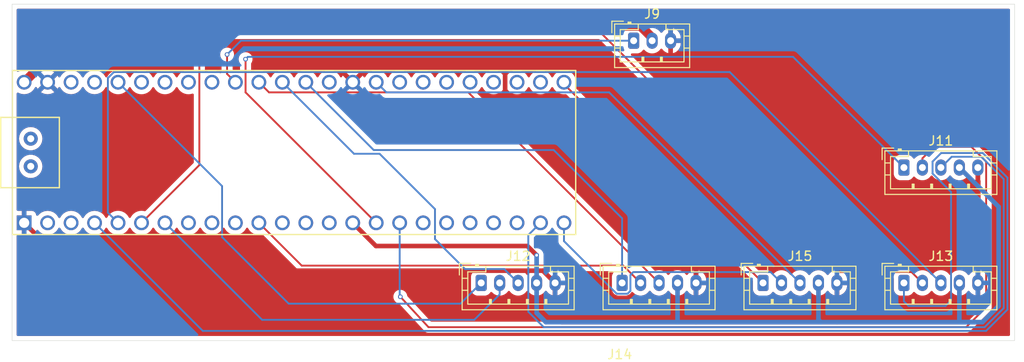
<source format=kicad_pcb>
(kicad_pcb (version 20240108) (generator "pcbnew") (generator_version "8.0")
  (layers (0 "F.Cu" signal) (31 "B.Cu" signal) (34 "B.Paste" user) (35 "F.Paste" user) (36 "B.SilkS" user "B.Silkscreen") (37 "F.SilkS" user "F.Silkscreen") (38 "B.Mask" user) (39 "F.Mask" user) (44 "Edge.Cuts" user))
  (net 0 "")
  (net 1 "GND")
  (net 2 "+5V")
  (net 3 "+3.3V")
  (net 4 "D+")
  (net 5 "D-")
  (net 6 "12_MISO_MQSL")
  (net 7 "10_CS_MQSR")
  (net 8 "14_A0_TX3_SPDIF_OUT")
  (net 9 "7_RX2_OUT1A")
  (net 10 "17_A3_TX4_SDA1")
  (net 11 "27_A13_SCK1")
  (net 12 "19_A5_SCL")
  (net 13 "18_A4_SDA")
  (net 14 "24_A10_TX6_SCL2")
  (net 15 "25_A11_RX6_SDA2")
  (net 16 "5_IN2")
  (net 17 "15_A1_RX3_SPDIF_IN")
  (net 18 "22_A8_CTX1")
  (net 19 "3_LRCLK2")
  (net 20 "4_BCLK2")
  (net 21 "2_OUT2")
  (net 22 "9_OUT1C")
  (net 23 "16_A2_RX4_SCL1")
  (net 24 "41_A17")
  (net 25 "33_MCLK2")
  (net 26 "32_OUT1B")
  (net 27 "11_MOSI_CTX1")
  (net 28 "23_A9_CRX1_MCLK1")
  (net 29 "13_SCK_LED")
  (net 30 "28_RX7")
  (net 31 "6_OUT1D")
  (net 32 "38_CS1_IN1")
  (net 33 "20_A6_TX5_LRCLK1")
  (net 34 "37_CS")
  (net 35 "40_A16")
  (net 36 "0_RX1_CRX2_CS1")
  (net 38 "36_CS")
  (net 39 "1_TX1_CTX2_MISO1")
  (net 40 "21_A7_RX5_BCLK1")
  (net 41 "26_A12_MOSI1")
  (net 42 "34_RX8")
  (net 43 "8_TX2_IN1")
  (net 44 "39_MISO1_OUT1A")
  (net 45 "30_CRX3")
  (net 46 "31_CTX3")
  (net 47 "35_TX8")
  (net 48 "29_TX7")
  (footprint "Connector_JST:JST_PH_B5B-PH-K_1x05_P2.00mm_Vertical" (layer "F.Cu") (at 112.25 55.25)
    (property "Reference" "J15" (at 4 -2.9 0) (layer "F.SilkS"))
    (property "Value" "Conn_01x05")
    (fp_line (start -2.36 -2.11) (end -2.36 -0.86) (stroke (width 0.12)) (layer "F.SilkS"))
    (fp_line (start -2.06 -1.81) (end -2.06 2.91) (stroke (width 0.12)) (layer "F.SilkS"))
    (fp_line (start -2.06 -0.5) (end -1.45 -0.5) (stroke (width 0.12)) (layer "F.SilkS"))
    (fp_line (start -2.06 0.8) (end -1.45 0.8) (stroke (width 0.12)) (layer "F.SilkS"))
    (fp_line (start -2.06 2.91) (end 10.06 2.91) (stroke (width 0.12)) (layer "F.SilkS"))
    (fp_line (start -1.45 -1.2) (end -1.45 2.3) (stroke (width 0.12)) (layer "F.SilkS"))
    (fp_line (start -1.45 2.3) (end 9.45 2.3) (stroke (width 0.12)) (layer "F.SilkS"))
    (fp_line (start -1.11 -2.11) (end -2.36 -2.11) (stroke (width 0.12)) (layer "F.SilkS"))
    (fp_line (start -0.6 -2.01) (end -0.6 -1.81) (stroke (width 0.12)) (layer "F.SilkS"))
    (fp_line (start -0.3 -2.01) (end -0.6 -2.01) (stroke (width 0.12)) (layer "F.SilkS"))
    (fp_line (start -0.3 -1.91) (end -0.6 -1.91) (stroke (width 0.12)) (layer "F.SilkS"))
    (fp_line (start -0.3 -1.81) (end -0.3 -2.01) (stroke (width 0.12)) (layer "F.SilkS"))
    (fp_line (start 0.5 -1.81) (end 0.5 -1.2) (stroke (width 0.12)) (layer "F.SilkS"))
    (fp_line (start 0.5 -1.2) (end -1.45 -1.2) (stroke (width 0.12)) (layer "F.SilkS"))
    (fp_line (start 0.9 1.8) (end 1.1 1.8) (stroke (width 0.12)) (layer "F.SilkS"))
    (fp_line (start 0.9 2.3) (end 0.9 1.8) (stroke (width 0.12)) (layer "F.SilkS"))
    (fp_line (start 1 2.3) (end 1 1.8) (stroke (width 0.12)) (layer "F.SilkS"))
    (fp_line (start 1.1 1.8) (end 1.1 2.3) (stroke (width 0.12)) (layer "F.SilkS"))
    (fp_line (start 2.9 1.8) (end 3.1 1.8) (stroke (width 0.12)) (layer "F.SilkS"))
    (fp_line (start 2.9 2.3) (end 2.9 1.8) (stroke (width 0.12)) (layer "F.SilkS"))
    (fp_line (start 3 2.3) (end 3 1.8) (stroke (width 0.12)) (layer "F.SilkS"))
    (fp_line (start 3.1 1.8) (end 3.1 2.3) (stroke (width 0.12)) (layer "F.SilkS"))
    (fp_line (start 4.9 1.8) (end 5.1 1.8) (stroke (width 0.12)) (layer "F.SilkS"))
    (fp_line (start 4.9 2.3) (end 4.9 1.8) (stroke (width 0.12)) (layer "F.SilkS"))
    (fp_line (start 5 2.3) (end 5 1.8) (stroke (width 0.12)) (layer "F.SilkS"))
    (fp_line (start 5.1 1.8) (end 5.1 2.3) (stroke (width 0.12)) (layer "F.SilkS"))
    (fp_line (start 6.9 1.8) (end 7.1 1.8) (stroke (width 0.12)) (layer "F.SilkS"))
    (fp_line (start 6.9 2.3) (end 6.9 1.8) (stroke (width 0.12)) (layer "F.SilkS"))
    (fp_line (start 7 2.3) (end 7 1.8) (stroke (width 0.12)) (layer "F.SilkS"))
    (fp_line (start 7.1 1.8) (end 7.1 2.3) (stroke (width 0.12)) (layer "F.SilkS"))
    (fp_line (start 7.5 -1.2) (end 7.5 -1.81) (stroke (width 0.12)) (layer "F.SilkS"))
    (fp_line (start 9.45 -1.2) (end 7.5 -1.2) (stroke (width 0.12)) (layer "F.SilkS"))
    (fp_line (start 9.45 2.3) (end 9.45 -1.2) (stroke (width 0.12)) (layer "F.SilkS"))
    (fp_line (start 10.06 -1.81) (end -2.06 -1.81) (stroke (width 0.12)) (layer "F.SilkS"))
    (fp_line (start 10.06 -0.5) (end 9.45 -0.5) (stroke (width 0.12)) (layer "F.SilkS"))
    (fp_line (start 10.06 0.8) (end 9.45 0.8) (stroke (width 0.12)) (layer "F.SilkS"))
    (fp_line (start 10.06 2.91) (end 10.06 -1.81) (stroke (width 0.12)) (layer "F.SilkS"))
    (pad "1" thru_hole roundrect (at 0 0) (size 1.2 1.75) (drill 0.75) (layers "*.Cu" "*.Mask") (roundrect_rratio 0.2083333333) (net 25 "33_MCLK2"))
    (pad "2" thru_hole oval (at 2 0) (size 1.2 1.75) (drill 0.75) (layers "*.Cu" "*.Mask") (net 26 "32_OUT1B"))
    (pad "3" thru_hole oval (at 4 0) (size 1.2 1.75) (drill 0.75) (layers "*.Cu" "*.Mask") (net 24 "41_A17"))
    (pad "4" thru_hole oval (at 6 0) (size 1.2 1.75) (drill 0.75) (layers "*.Cu" "*.Mask") (net 3 "+3.3V"))
    (pad "5" thru_hole oval (at 8 0) (size 1.2 1.75) (drill 0.75) (layers "*.Cu" "*.Mask") (net 1 "GND"))
  )
  (footprint "Connector_JST:JST_PH_B5B-PH-K_1x05_P2.00mm_Vertical" (layer "F.Cu") (at 127.5 42.75)
    (property "Reference" "J11" (at 4 -2.9 0) (layer "F.SilkS"))
    (property "Value" "Conn_01x05")
    (fp_line (start -2.36 -2.11) (end -2.36 -0.86) (stroke (width 0.12)) (layer "F.SilkS"))
    (fp_line (start -2.06 -1.81) (end -2.06 2.91) (stroke (width 0.12)) (layer "F.SilkS"))
    (fp_line (start -2.06 -0.5) (end -1.45 -0.5) (stroke (width 0.12)) (layer "F.SilkS"))
    (fp_line (start -2.06 0.8) (end -1.45 0.8) (stroke (width 0.12)) (layer "F.SilkS"))
    (fp_line (start -2.06 2.91) (end 10.06 2.91) (stroke (width 0.12)) (layer "F.SilkS"))
    (fp_line (start -1.45 -1.2) (end -1.45 2.3) (stroke (width 0.12)) (layer "F.SilkS"))
    (fp_line (start -1.45 2.3) (end 9.45 2.3) (stroke (width 0.12)) (layer "F.SilkS"))
    (fp_line (start -1.11 -2.11) (end -2.36 -2.11) (stroke (width 0.12)) (layer "F.SilkS"))
    (fp_line (start -0.6 -2.01) (end -0.6 -1.81) (stroke (width 0.12)) (layer "F.SilkS"))
    (fp_line (start -0.3 -2.01) (end -0.6 -2.01) (stroke (width 0.12)) (layer "F.SilkS"))
    (fp_line (start -0.3 -1.91) (end -0.6 -1.91) (stroke (width 0.12)) (layer "F.SilkS"))
    (fp_line (start -0.3 -1.81) (end -0.3 -2.01) (stroke (width 0.12)) (layer "F.SilkS"))
    (fp_line (start 0.5 -1.81) (end 0.5 -1.2) (stroke (width 0.12)) (layer "F.SilkS"))
    (fp_line (start 0.5 -1.2) (end -1.45 -1.2) (stroke (width 0.12)) (layer "F.SilkS"))
    (fp_line (start 0.9 1.8) (end 1.1 1.8) (stroke (width 0.12)) (layer "F.SilkS"))
    (fp_line (start 0.9 2.3) (end 0.9 1.8) (stroke (width 0.12)) (layer "F.SilkS"))
    (fp_line (start 1 2.3) (end 1 1.8) (stroke (width 0.12)) (layer "F.SilkS"))
    (fp_line (start 1.1 1.8) (end 1.1 2.3) (stroke (width 0.12)) (layer "F.SilkS"))
    (fp_line (start 2.9 1.8) (end 3.1 1.8) (stroke (width 0.12)) (layer "F.SilkS"))
    (fp_line (start 2.9 2.3) (end 2.9 1.8) (stroke (width 0.12)) (layer "F.SilkS"))
    (fp_line (start 3 2.3) (end 3 1.8) (stroke (width 0.12)) (layer "F.SilkS"))
    (fp_line (start 3.1 1.8) (end 3.1 2.3) (stroke (width 0.12)) (layer "F.SilkS"))
    (fp_line (start 4.9 1.8) (end 5.1 1.8) (stroke (width 0.12)) (layer "F.SilkS"))
    (fp_line (start 4.9 2.3) (end 4.9 1.8) (stroke (width 0.12)) (layer "F.SilkS"))
    (fp_line (start 5 2.3) (end 5 1.8) (stroke (width 0.12)) (layer "F.SilkS"))
    (fp_line (start 5.1 1.8) (end 5.1 2.3) (stroke (width 0.12)) (layer "F.SilkS"))
    (fp_line (start 6.9 1.8) (end 7.1 1.8) (stroke (width 0.12)) (layer "F.SilkS"))
    (fp_line (start 6.9 2.3) (end 6.9 1.8) (stroke (width 0.12)) (layer "F.SilkS"))
    (fp_line (start 7 2.3) (end 7 1.8) (stroke (width 0.12)) (layer "F.SilkS"))
    (fp_line (start 7.1 1.8) (end 7.1 2.3) (stroke (width 0.12)) (layer "F.SilkS"))
    (fp_line (start 7.5 -1.2) (end 7.5 -1.81) (stroke (width 0.12)) (layer "F.SilkS"))
    (fp_line (start 9.45 -1.2) (end 7.5 -1.2) (stroke (width 0.12)) (layer "F.SilkS"))
    (fp_line (start 9.45 2.3) (end 9.45 -1.2) (stroke (width 0.12)) (layer "F.SilkS"))
    (fp_line (start 10.06 -1.81) (end -2.06 -1.81) (stroke (width 0.12)) (layer "F.SilkS"))
    (fp_line (start 10.06 -0.5) (end 9.45 -0.5) (stroke (width 0.12)) (layer "F.SilkS"))
    (fp_line (start 10.06 0.8) (end 9.45 0.8) (stroke (width 0.12)) (layer "F.SilkS"))
    (fp_line (start 10.06 2.91) (end 10.06 -1.81) (stroke (width 0.12)) (layer "F.SilkS"))
    (pad "1" thru_hole roundrect (at 0 0) (size 1.2 1.75) (drill 0.75) (layers "*.Cu" "*.Mask") (roundrect_rratio 0.2083333333) (net 14 "24_A10_TX6_SCL2"))
    (pad "2" thru_hole oval (at 2 0) (size 1.2 1.75) (drill 0.75) (layers "*.Cu" "*.Mask") (net 15 "25_A11_RX6_SDA2"))
    (pad "3" thru_hole oval (at 4 0) (size 1.2 1.75) (drill 0.75) (layers "*.Cu" "*.Mask") (net 46 "31_CTX3"))
    (pad "4" thru_hole oval (at 6 0) (size 1.2 1.75) (drill 0.75) (layers "*.Cu" "*.Mask") (net 3 "+3.3V"))
    (pad "5" thru_hole oval (at 8 0) (size 1.2 1.75) (drill 0.75) (layers "*.Cu" "*.Mask") (net 1 "GND"))
  )
  (footprint "Connector_JST:JST_PH_B5B-PH-K_1x05_P2.00mm_Vertical" (layer "F.Cu") (at 81.75 55.25)
    (property "Reference" "J12" (at 4 -2.9 0) (layer "F.SilkS"))
    (property "Value" "Conn_01x05")
    (fp_line (start -2.36 -2.11) (end -2.36 -0.86) (stroke (width 0.12)) (layer "F.SilkS"))
    (fp_line (start -2.06 -1.81) (end -2.06 2.91) (stroke (width 0.12)) (layer "F.SilkS"))
    (fp_line (start -2.06 -0.5) (end -1.45 -0.5) (stroke (width 0.12)) (layer "F.SilkS"))
    (fp_line (start -2.06 0.8) (end -1.45 0.8) (stroke (width 0.12)) (layer "F.SilkS"))
    (fp_line (start -2.06 2.91) (end 10.06 2.91) (stroke (width 0.12)) (layer "F.SilkS"))
    (fp_line (start -1.45 -1.2) (end -1.45 2.3) (stroke (width 0.12)) (layer "F.SilkS"))
    (fp_line (start -1.45 2.3) (end 9.45 2.3) (stroke (width 0.12)) (layer "F.SilkS"))
    (fp_line (start -1.11 -2.11) (end -2.36 -2.11) (stroke (width 0.12)) (layer "F.SilkS"))
    (fp_line (start -0.6 -2.01) (end -0.6 -1.81) (stroke (width 0.12)) (layer "F.SilkS"))
    (fp_line (start -0.3 -2.01) (end -0.6 -2.01) (stroke (width 0.12)) (layer "F.SilkS"))
    (fp_line (start -0.3 -1.91) (end -0.6 -1.91) (stroke (width 0.12)) (layer "F.SilkS"))
    (fp_line (start -0.3 -1.81) (end -0.3 -2.01) (stroke (width 0.12)) (layer "F.SilkS"))
    (fp_line (start 0.5 -1.81) (end 0.5 -1.2) (stroke (width 0.12)) (layer "F.SilkS"))
    (fp_line (start 0.5 -1.2) (end -1.45 -1.2) (stroke (width 0.12)) (layer "F.SilkS"))
    (fp_line (start 0.9 1.8) (end 1.1 1.8) (stroke (width 0.12)) (layer "F.SilkS"))
    (fp_line (start 0.9 2.3) (end 0.9 1.8) (stroke (width 0.12)) (layer "F.SilkS"))
    (fp_line (start 1 2.3) (end 1 1.8) (stroke (width 0.12)) (layer "F.SilkS"))
    (fp_line (start 1.1 1.8) (end 1.1 2.3) (stroke (width 0.12)) (layer "F.SilkS"))
    (fp_line (start 2.9 1.8) (end 3.1 1.8) (stroke (width 0.12)) (layer "F.SilkS"))
    (fp_line (start 2.9 2.3) (end 2.9 1.8) (stroke (width 0.12)) (layer "F.SilkS"))
    (fp_line (start 3 2.3) (end 3 1.8) (stroke (width 0.12)) (layer "F.SilkS"))
    (fp_line (start 3.1 1.8) (end 3.1 2.3) (stroke (width 0.12)) (layer "F.SilkS"))
    (fp_line (start 4.9 1.8) (end 5.1 1.8) (stroke (width 0.12)) (layer "F.SilkS"))
    (fp_line (start 4.9 2.3) (end 4.9 1.8) (stroke (width 0.12)) (layer "F.SilkS"))
    (fp_line (start 5 2.3) (end 5 1.8) (stroke (width 0.12)) (layer "F.SilkS"))
    (fp_line (start 5.1 1.8) (end 5.1 2.3) (stroke (width 0.12)) (layer "F.SilkS"))
    (fp_line (start 6.9 1.8) (end 7.1 1.8) (stroke (width 0.12)) (layer "F.SilkS"))
    (fp_line (start 6.9 2.3) (end 6.9 1.8) (stroke (width 0.12)) (layer "F.SilkS"))
    (fp_line (start 7 2.3) (end 7 1.8) (stroke (width 0.12)) (layer "F.SilkS"))
    (fp_line (start 7.1 1.8) (end 7.1 2.3) (stroke (width 0.12)) (layer "F.SilkS"))
    (fp_line (start 7.5 -1.2) (end 7.5 -1.81) (stroke (width 0.12)) (layer "F.SilkS"))
    (fp_line (start 9.45 -1.2) (end 7.5 -1.2) (stroke (width 0.12)) (layer "F.SilkS"))
    (fp_line (start 9.45 2.3) (end 9.45 -1.2) (stroke (width 0.12)) (layer "F.SilkS"))
    (fp_line (start 10.06 -1.81) (end -2.06 -1.81) (stroke (width 0.12)) (layer "F.SilkS"))
    (fp_line (start 10.06 -0.5) (end 9.45 -0.5) (stroke (width 0.12)) (layer "F.SilkS"))
    (fp_line (start 10.06 0.8) (end 9.45 0.8) (stroke (width 0.12)) (layer "F.SilkS"))
    (fp_line (start 10.06 2.91) (end 10.06 -1.81) (stroke (width 0.12)) (layer "F.SilkS"))
    (pad "1" thru_hole roundrect (at 0 0) (size 1.2 1.75) (drill 0.75) (layers "*.Cu" "*.Mask") (roundrect_rratio 0.2083333333) (net 18 "22_A8_CTX1"))
    (pad "2" thru_hole oval (at 2 0) (size 1.2 1.75) (drill 0.75) (layers "*.Cu" "*.Mask") (net 16 "5_IN2"))
    (pad "3" thru_hole oval (at 4 0) (size 1.2 1.75) (drill 0.75) (layers "*.Cu" "*.Mask") (net 17 "15_A1_RX3_SPDIF_IN"))
    (pad "4" thru_hole oval (at 6 0) (size 1.2 1.75) (drill 0.75) (layers "*.Cu" "*.Mask") (net 3 "+3.3V"))
    (pad "5" thru_hole oval (at 8 0) (size 1.2 1.75) (drill 0.75) (layers "*.Cu" "*.Mask") (net 1 "GND"))
  )
  (footprint "Connector_JST:JST_PH_B3B-PH-K_1x03_P2.00mm_Vertical" (layer "F.Cu") (at 98.25 29)
    (property "Reference" "J9" (at 2 -2.9 0) (layer "F.SilkS"))
    (property "Value" "Conn_01x03")
    (fp_line (start -2.36 -2.11) (end -2.36 -0.86) (stroke (width 0.12)) (layer "F.SilkS"))
    (fp_line (start -2.06 -1.81) (end -2.06 2.91) (stroke (width 0.12)) (layer "F.SilkS"))
    (fp_line (start -2.06 -0.5) (end -1.45 -0.5) (stroke (width 0.12)) (layer "F.SilkS"))
    (fp_line (start -2.06 0.8) (end -1.45 0.8) (stroke (width 0.12)) (layer "F.SilkS"))
    (fp_line (start -2.06 2.91) (end 6.06 2.91) (stroke (width 0.12)) (layer "F.SilkS"))
    (fp_line (start -1.45 -1.2) (end -1.45 2.3) (stroke (width 0.12)) (layer "F.SilkS"))
    (fp_line (start -1.45 2.3) (end 5.45 2.3) (stroke (width 0.12)) (layer "F.SilkS"))
    (fp_line (start -1.11 -2.11) (end -2.36 -2.11) (stroke (width 0.12)) (layer "F.SilkS"))
    (fp_line (start -0.6 -2.01) (end -0.6 -1.81) (stroke (width 0.12)) (layer "F.SilkS"))
    (fp_line (start -0.3 -2.01) (end -0.6 -2.01) (stroke (width 0.12)) (layer "F.SilkS"))
    (fp_line (start -0.3 -1.91) (end -0.6 -1.91) (stroke (width 0.12)) (layer "F.SilkS"))
    (fp_line (start -0.3 -1.81) (end -0.3 -2.01) (stroke (width 0.12)) (layer "F.SilkS"))
    (fp_line (start 0.5 -1.81) (end 0.5 -1.2) (stroke (width 0.12)) (layer "F.SilkS"))
    (fp_line (start 0.5 -1.2) (end -1.45 -1.2) (stroke (width 0.12)) (layer "F.SilkS"))
    (fp_line (start 0.9 1.8) (end 1.1 1.8) (stroke (width 0.12)) (layer "F.SilkS"))
    (fp_line (start 0.9 2.3) (end 0.9 1.8) (stroke (width 0.12)) (layer "F.SilkS"))
    (fp_line (start 1 2.3) (end 1 1.8) (stroke (width 0.12)) (layer "F.SilkS"))
    (fp_line (start 1.1 1.8) (end 1.1 2.3) (stroke (width 0.12)) (layer "F.SilkS"))
    (fp_line (start 2.9 1.8) (end 3.1 1.8) (stroke (width 0.12)) (layer "F.SilkS"))
    (fp_line (start 2.9 2.3) (end 2.9 1.8) (stroke (width 0.12)) (layer "F.SilkS"))
    (fp_line (start 3 2.3) (end 3 1.8) (stroke (width 0.12)) (layer "F.SilkS"))
    (fp_line (start 3.1 1.8) (end 3.1 2.3) (stroke (width 0.12)) (layer "F.SilkS"))
    (fp_line (start 3.5 -1.2) (end 3.5 -1.81) (stroke (width 0.12)) (layer "F.SilkS"))
    (fp_line (start 5.45 -1.2) (end 3.5 -1.2) (stroke (width 0.12)) (layer "F.SilkS"))
    (fp_line (start 5.45 2.3) (end 5.45 -1.2) (stroke (width 0.12)) (layer "F.SilkS"))
    (fp_line (start 6.06 -1.81) (end -2.06 -1.81) (stroke (width 0.12)) (layer "F.SilkS"))
    (fp_line (start 6.06 -0.5) (end 5.45 -0.5) (stroke (width 0.12)) (layer "F.SilkS"))
    (fp_line (start 6.06 0.8) (end 5.45 0.8) (stroke (width 0.12)) (layer "F.SilkS"))
    (fp_line (start 6.06 2.91) (end 6.06 -1.81) (stroke (width 0.12)) (layer "F.SilkS"))
    (pad "1" thru_hole roundrect (at 0 0) (size 1.2 1.75) (drill 0.75) (layers "*.Cu" "*.Mask") (roundrect_rratio 0.2083333333) (net 10 "17_A3_TX4_SDA1"))
    (pad "2" thru_hole oval (at 2 0) (size 1.2 1.75) (drill 0.75) (layers "*.Cu" "*.Mask") (net 2 "+5V"))
    (pad "3" thru_hole oval (at 4 0) (size 1.2 1.75) (drill 0.75) (layers "*.Cu" "*.Mask") (net 1 "GND"))
  )
  (footprint "Connector_JST:JST_PH_B5B-PH-K_1x05_P2.00mm_Vertical" (layer "F.Cu") (at 127.5 55.25)
    (property "Reference" "J13" (at 4 -2.9 0) (layer "F.SilkS"))
    (property "Value" "Conn_01x05")
    (fp_line (start -2.36 -2.11) (end -2.36 -0.86) (stroke (width 0.12)) (layer "F.SilkS"))
    (fp_line (start -2.06 -1.81) (end -2.06 2.91) (stroke (width 0.12)) (layer "F.SilkS"))
    (fp_line (start -2.06 -0.5) (end -1.45 -0.5) (stroke (width 0.12)) (layer "F.SilkS"))
    (fp_line (start -2.06 0.8) (end -1.45 0.8) (stroke (width 0.12)) (layer "F.SilkS"))
    (fp_line (start -2.06 2.91) (end 10.06 2.91) (stroke (width 0.12)) (layer "F.SilkS"))
    (fp_line (start -1.45 -1.2) (end -1.45 2.3) (stroke (width 0.12)) (layer "F.SilkS"))
    (fp_line (start -1.45 2.3) (end 9.45 2.3) (stroke (width 0.12)) (layer "F.SilkS"))
    (fp_line (start -1.11 -2.11) (end -2.36 -2.11) (stroke (width 0.12)) (layer "F.SilkS"))
    (fp_line (start -0.6 -2.01) (end -0.6 -1.81) (stroke (width 0.12)) (layer "F.SilkS"))
    (fp_line (start -0.3 -2.01) (end -0.6 -2.01) (stroke (width 0.12)) (layer "F.SilkS"))
    (fp_line (start -0.3 -1.91) (end -0.6 -1.91) (stroke (width 0.12)) (layer "F.SilkS"))
    (fp_line (start -0.3 -1.81) (end -0.3 -2.01) (stroke (width 0.12)) (layer "F.SilkS"))
    (fp_line (start 0.5 -1.81) (end 0.5 -1.2) (stroke (width 0.12)) (layer "F.SilkS"))
    (fp_line (start 0.5 -1.2) (end -1.45 -1.2) (stroke (width 0.12)) (layer "F.SilkS"))
    (fp_line (start 0.9 1.8) (end 1.1 1.8) (stroke (width 0.12)) (layer "F.SilkS"))
    (fp_line (start 0.9 2.3) (end 0.9 1.8) (stroke (width 0.12)) (layer "F.SilkS"))
    (fp_line (start 1 2.3) (end 1 1.8) (stroke (width 0.12)) (layer "F.SilkS"))
    (fp_line (start 1.1 1.8) (end 1.1 2.3) (stroke (width 0.12)) (layer "F.SilkS"))
    (fp_line (start 2.9 1.8) (end 3.1 1.8) (stroke (width 0.12)) (layer "F.SilkS"))
    (fp_line (start 2.9 2.3) (end 2.9 1.8) (stroke (width 0.12)) (layer "F.SilkS"))
    (fp_line (start 3 2.3) (end 3 1.8) (stroke (width 0.12)) (layer "F.SilkS"))
    (fp_line (start 3.1 1.8) (end 3.1 2.3) (stroke (width 0.12)) (layer "F.SilkS"))
    (fp_line (start 4.9 1.8) (end 5.1 1.8) (stroke (width 0.12)) (layer "F.SilkS"))
    (fp_line (start 4.9 2.3) (end 4.9 1.8) (stroke (width 0.12)) (layer "F.SilkS"))
    (fp_line (start 5 2.3) (end 5 1.8) (stroke (width 0.12)) (layer "F.SilkS"))
    (fp_line (start 5.1 1.8) (end 5.1 2.3) (stroke (width 0.12)) (layer "F.SilkS"))
    (fp_line (start 6.9 1.8) (end 7.1 1.8) (stroke (width 0.12)) (layer "F.SilkS"))
    (fp_line (start 6.9 2.3) (end 6.9 1.8) (stroke (width 0.12)) (layer "F.SilkS"))
    (fp_line (start 7 2.3) (end 7 1.8) (stroke (width 0.12)) (layer "F.SilkS"))
    (fp_line (start 7.1 1.8) (end 7.1 2.3) (stroke (width 0.12)) (layer "F.SilkS"))
    (fp_line (start 7.5 -1.2) (end 7.5 -1.81) (stroke (width 0.12)) (layer "F.SilkS"))
    (fp_line (start 9.45 -1.2) (end 7.5 -1.2) (stroke (width 0.12)) (layer "F.SilkS"))
    (fp_line (start 9.45 2.3) (end 9.45 -1.2) (stroke (width 0.12)) (layer "F.SilkS"))
    (fp_line (start 10.06 -1.81) (end -2.06 -1.81) (stroke (width 0.12)) (layer "F.SilkS"))
    (fp_line (start 10.06 -0.5) (end 9.45 -0.5) (stroke (width 0.12)) (layer "F.SilkS"))
    (fp_line (start 10.06 0.8) (end 9.45 0.8) (stroke (width 0.12)) (layer "F.SilkS"))
    (fp_line (start 10.06 2.91) (end 10.06 -1.81) (stroke (width 0.12)) (layer "F.SilkS"))
    (pad "1" thru_hole roundrect (at 0 0) (size 1.2 1.75) (drill 0.75) (layers "*.Cu" "*.Mask") (roundrect_rratio 0.2083333333) (net 21 "2_OUT2"))
    (pad "2" thru_hole oval (at 2 0) (size 1.2 1.75) (drill 0.75) (layers "*.Cu" "*.Mask") (net 20 "4_BCLK2"))
    (pad "3" thru_hole oval (at 4 0) (size 1.2 1.75) (drill 0.75) (layers "*.Cu" "*.Mask") (net 19 "3_LRCLK2"))
    (pad "4" thru_hole oval (at 6 0) (size 1.2 1.75) (drill 0.75) (layers "*.Cu" "*.Mask") (net 3 "+3.3V"))
    (pad "5" thru_hole oval (at 8 0) (size 1.2 1.75) (drill 0.75) (layers "*.Cu" "*.Mask") (net 1 "GND"))
  )
  (footprint "Connector_JST:JST_PH_B5B-PH-K_1x05_P2.00mm_Vertical" (layer "F.Cu") (at 97 55.25)
    (property "Reference" "J14" (at -0.25 7.75 0) (layer "F.SilkS"))
    (property "Value" "Conn_01x05")
    (fp_line (start -2.36 -2.11) (end -2.36 -0.86) (stroke (width 0.12)) (layer "F.SilkS"))
    (fp_line (start -2.06 -1.81) (end -2.06 2.91) (stroke (width 0.12)) (layer "F.SilkS"))
    (fp_line (start -2.06 -0.5) (end -1.45 -0.5) (stroke (width 0.12)) (layer "F.SilkS"))
    (fp_line (start -2.06 0.8) (end -1.45 0.8) (stroke (width 0.12)) (layer "F.SilkS"))
    (fp_line (start -2.06 2.91) (end 10.06 2.91) (stroke (width 0.12)) (layer "F.SilkS"))
    (fp_line (start -1.45 -1.2) (end -1.45 2.3) (stroke (width 0.12)) (layer "F.SilkS"))
    (fp_line (start -1.45 2.3) (end 9.45 2.3) (stroke (width 0.12)) (layer "F.SilkS"))
    (fp_line (start -1.11 -2.11) (end -2.36 -2.11) (stroke (width 0.12)) (layer "F.SilkS"))
    (fp_line (start -0.6 -2.01) (end -0.6 -1.81) (stroke (width 0.12)) (layer "F.SilkS"))
    (fp_line (start -0.3 -2.01) (end -0.6 -2.01) (stroke (width 0.12)) (layer "F.SilkS"))
    (fp_line (start -0.3 -1.91) (end -0.6 -1.91) (stroke (width 0.12)) (layer "F.SilkS"))
    (fp_line (start -0.3 -1.81) (end -0.3 -2.01) (stroke (width 0.12)) (layer "F.SilkS"))
    (fp_line (start 0.5 -1.81) (end 0.5 -1.2) (stroke (width 0.12)) (layer "F.SilkS"))
    (fp_line (start 0.5 -1.2) (end -1.45 -1.2) (stroke (width 0.12)) (layer "F.SilkS"))
    (fp_line (start 0.9 1.8) (end 1.1 1.8) (stroke (width 0.12)) (layer "F.SilkS"))
    (fp_line (start 0.9 2.3) (end 0.9 1.8) (stroke (width 0.12)) (layer "F.SilkS"))
    (fp_line (start 1 2.3) (end 1 1.8) (stroke (width 0.12)) (layer "F.SilkS"))
    (fp_line (start 1.1 1.8) (end 1.1 2.3) (stroke (width 0.12)) (layer "F.SilkS"))
    (fp_line (start 2.9 1.8) (end 3.1 1.8) (stroke (width 0.12)) (layer "F.SilkS"))
    (fp_line (start 2.9 2.3) (end 2.9 1.8) (stroke (width 0.12)) (layer "F.SilkS"))
    (fp_line (start 3 2.3) (end 3 1.8) (stroke (width 0.12)) (layer "F.SilkS"))
    (fp_line (start 3.1 1.8) (end 3.1 2.3) (stroke (width 0.12)) (layer "F.SilkS"))
    (fp_line (start 4.9 1.8) (end 5.1 1.8) (stroke (width 0.12)) (layer "F.SilkS"))
    (fp_line (start 4.9 2.3) (end 4.9 1.8) (stroke (width 0.12)) (layer "F.SilkS"))
    (fp_line (start 5 2.3) (end 5 1.8) (stroke (width 0.12)) (layer "F.SilkS"))
    (fp_line (start 5.1 1.8) (end 5.1 2.3) (stroke (width 0.12)) (layer "F.SilkS"))
    (fp_line (start 6.9 1.8) (end 7.1 1.8) (stroke (width 0.12)) (layer "F.SilkS"))
    (fp_line (start 6.9 2.3) (end 6.9 1.8) (stroke (width 0.12)) (layer "F.SilkS"))
    (fp_line (start 7 2.3) (end 7 1.8) (stroke (width 0.12)) (layer "F.SilkS"))
    (fp_line (start 7.1 1.8) (end 7.1 2.3) (stroke (width 0.12)) (layer "F.SilkS"))
    (fp_line (start 7.5 -1.2) (end 7.5 -1.81) (stroke (width 0.12)) (layer "F.SilkS"))
    (fp_line (start 9.45 -1.2) (end 7.5 -1.2) (stroke (width 0.12)) (layer "F.SilkS"))
    (fp_line (start 9.45 2.3) (end 9.45 -1.2) (stroke (width 0.12)) (layer "F.SilkS"))
    (fp_line (start 10.06 -1.81) (end -2.06 -1.81) (stroke (width 0.12)) (layer "F.SilkS"))
    (fp_line (start 10.06 -0.5) (end 9.45 -0.5) (stroke (width 0.12)) (layer "F.SilkS"))
    (fp_line (start 10.06 0.8) (end 9.45 0.8) (stroke (width 0.12)) (layer "F.SilkS"))
    (fp_line (start 10.06 2.91) (end 10.06 -1.81) (stroke (width 0.12)) (layer "F.SilkS"))
    (pad "1" thru_hole roundrect (at 0 0) (size 1.2 1.75) (drill 0.75) (layers "*.Cu" "*.Mask") (roundrect_rratio 0.2083333333) (net 8 "14_A0_TX3_SPDIF_OUT"))
    (pad "2" thru_hole oval (at 2 0) (size 1.2 1.75) (drill 0.75) (layers "*.Cu" "*.Mask") (net 22 "9_OUT1C"))
    (pad "3" thru_hole oval (at 4 0) (size 1.2 1.75) (drill 0.75) (layers "*.Cu" "*.Mask") (net 23 "16_A2_RX4_SCL1"))
    (pad "4" thru_hole oval (at 6 0) (size 1.2 1.75) (drill 0.75) (layers "*.Cu" "*.Mask") (net 3 "+3.3V"))
    (pad "5" thru_hole oval (at 8 0) (size 1.2 1.75) (drill 0.75) (layers "*.Cu" "*.Mask") (net 1 "GND"))
  )
  (footprint "myLibKicad:Teensy41" (layer "F.Cu") (at 61.5 41.12)
    (property "Reference" "U6" (hide yes))
    (property "Value" "Teensy4.1" (hide yes))
    (fp_line (start -31.75 -3.81) (end -30.48 -3.81) (stroke (width 0.15)) (layer "F.SilkS"))
    (fp_line (start -31.75 3.81) (end -31.75 -3.81) (stroke (width 0.15)) (layer "F.SilkS"))
    (fp_line (start -30.48 -8.89) (end 30.48 -8.89) (stroke (width 0.15)) (layer "F.SilkS"))
    (fp_line (start -30.48 3.81) (end -31.75 3.81) (stroke (width 0.15)) (layer "F.SilkS"))
    (fp_line (start -30.48 8.89) (end -30.48 -8.89) (stroke (width 0.15)) (layer "F.SilkS"))
    (fp_line (start -25.4 -3.81) (end -30.48 -3.81) (stroke (width 0.15)) (layer "F.SilkS"))
    (fp_line (start -25.4 3.81) (end -30.48 3.81) (stroke (width 0.15)) (layer "F.SilkS"))
    (fp_line (start -25.4 3.81) (end -25.4 -3.81) (stroke (width 0.15)) (layer "F.SilkS"))
    (fp_line (start 30.48 -8.89) (end 30.48 8.89) (stroke (width 0.15)) (layer "F.SilkS"))
    (fp_line (start 30.48 8.89) (end -30.48 8.89) (stroke (width 0.15)) (layer "F.SilkS"))
    (pad "1" thru_hole rect (at -29.21 7.62) (size 1.6 1.6) (drill 1.1) (layers "*.Cu" "*.Mask") (net 1 "GND"))
    (pad "2" thru_hole circle (at -26.67 7.62) (size 1.6 1.6) (drill 1.1) (layers "*.Cu" "*.Mask") (net 36 "0_RX1_CRX2_CS1"))
    (pad "3" thru_hole circle (at -24.13 7.62) (size 1.6 1.6) (drill 1.1) (layers "*.Cu" "*.Mask") (net 39 "1_TX1_CTX2_MISO1"))
    (pad "4" thru_hole circle (at -21.59 7.62) (size 1.6 1.6) (drill 1.1) (layers "*.Cu" "*.Mask") (net 21 "2_OUT2"))
    (pad "5" thru_hole circle (at -19.05 7.62) (size 1.6 1.6) (drill 1.1) (layers "*.Cu" "*.Mask") (net 19 "3_LRCLK2"))
    (pad "6" thru_hole circle (at -16.51 7.62) (size 1.6 1.6) (drill 1.1) (layers "*.Cu" "*.Mask") (net 20 "4_BCLK2"))
    (pad "7" thru_hole circle (at -13.97 7.62) (size 1.6 1.6) (drill 1.1) (layers "*.Cu" "*.Mask") (net 16 "5_IN2"))
    (pad "8" thru_hole circle (at -11.43 7.62) (size 1.6 1.6) (drill 1.1) (layers "*.Cu" "*.Mask") (net 31 "6_OUT1D"))
    (pad "9" thru_hole circle (at -8.89 7.62) (size 1.6 1.6) (drill 1.1) (layers "*.Cu" "*.Mask") (net 9 "7_RX2_OUT1A"))
    (pad "10" thru_hole circle (at -6.35 7.62) (size 1.6 1.6) (drill 1.1) (layers "*.Cu" "*.Mask") (net 43 "8_TX2_IN1"))
    (pad "11" thru_hole circle (at -3.81 7.62) (size 1.6 1.6) (drill 1.1) (layers "*.Cu" "*.Mask") (net 22 "9_OUT1C"))
    (pad "12" thru_hole circle (at -1.27 7.62) (size 1.6 1.6) (drill 1.1) (layers "*.Cu" "*.Mask") (net 7 "10_CS_MQSR"))
    (pad "13" thru_hole circle (at 1.27 7.62) (size 1.6 1.6) (drill 1.1) (layers "*.Cu" "*.Mask") (net 27 "11_MOSI_CTX1"))
    (pad "14" thru_hole circle (at 3.81 7.62) (size 1.6 1.6) (drill 1.1) (layers "*.Cu" "*.Mask") (net 6 "12_MISO_MQSL"))
    (pad "15" thru_hole circle (at 6.35 7.62) (size 1.6 1.6) (drill 1.1) (layers "*.Cu" "*.Mask") (net 3 "+3.3V"))
    (pad "16" thru_hole circle (at 8.89 7.62) (size 1.6 1.6) (drill 1.1) (layers "*.Cu" "*.Mask") (net 14 "24_A10_TX6_SCL2"))
    (pad "17" thru_hole circle (at 11.43 7.62) (size 1.6 1.6) (drill 1.1) (layers "*.Cu" "*.Mask") (net 15 "25_A11_RX6_SDA2"))
    (pad "18" thru_hole circle (at 13.97 7.62) (size 1.6 1.6) (drill 1.1) (layers "*.Cu" "*.Mask") (net 41 "26_A12_MOSI1"))
    (pad "19" thru_hole circle (at 16.51 7.62) (size 1.6 1.6) (drill 1.1) (layers "*.Cu" "*.Mask") (net 11 "27_A13_SCK1"))
    (pad "20" thru_hole circle (at 19.05 7.62) (size 1.6 1.6) (drill 1.1) (layers "*.Cu" "*.Mask") (net 30 "28_RX7"))
    (pad "21" thru_hole circle (at 21.59 7.62) (size 1.6 1.6) (drill 1.1) (layers "*.Cu" "*.Mask") (net 48 "29_TX7"))
    (pad "22" thru_hole circle (at 24.13 7.62) (size 1.6 1.6) (drill 1.1) (layers "*.Cu" "*.Mask") (net 45 "30_CRX3"))
    (pad "23" thru_hole circle (at 26.67 7.62) (size 1.6 1.6) (drill 1.1) (layers "*.Cu" "*.Mask") (net 46 "31_CTX3"))
    (pad "24" thru_hole circle (at 29.21 7.62) (size 1.6 1.6) (drill 1.1) (layers "*.Cu" "*.Mask") (net 26 "32_OUT1B"))
    (pad "25" thru_hole circle (at 29.21 -7.62) (size 1.6 1.6) (drill 1.1) (layers "*.Cu" "*.Mask") (net 25 "33_MCLK2"))
    (pad "26" thru_hole circle (at 26.67 -7.62) (size 1.6 1.6) (drill 1.1) (layers "*.Cu" "*.Mask") (net 42 "34_RX8"))
    (pad "27" thru_hole circle (at 24.13 -7.62) (size 1.6 1.6) (drill 1.1) (layers "*.Cu" "*.Mask") (net 47 "35_TX8"))
    (pad "28" thru_hole circle (at 21.59 -7.62) (size 1.6 1.6) (drill 1.1) (layers "*.Cu" "*.Mask") (net 38 "36_CS"))
    (pad "29" thru_hole circle (at 19.05 -7.62) (size 1.6 1.6) (drill 1.1) (layers "*.Cu" "*.Mask") (net 34 "37_CS"))
    (pad "30" thru_hole circle (at 16.51 -7.62) (size 1.6 1.6) (drill 1.1) (layers "*.Cu" "*.Mask") (net 32 "38_CS1_IN1"))
    (pad "31" thru_hole circle (at 13.97 -7.62) (size 1.6 1.6) (drill 1.1) (layers "*.Cu" "*.Mask") (net 44 "39_MISO1_OUT1A"))
    (pad "32" thru_hole circle (at 11.43 -7.62) (size 1.6 1.6) (drill 1.1) (layers "*.Cu" "*.Mask") (net 35 "40_A16"))
    (pad "33" thru_hole circle (at 8.89 -7.62) (size 1.6 1.6) (drill 1.1) (layers "*.Cu" "*.Mask") (net 24 "41_A17"))
    (pad "34" thru_hole circle (at 6.35 -7.62) (size 1.6 1.6) (drill 1.1) (layers "*.Cu" "*.Mask") (net 1 "GND"))
    (pad "35" thru_hole circle (at 3.81 -7.62) (size 1.6 1.6) (drill 1.1) (layers "*.Cu" "*.Mask") (net 29 "13_SCK_LED"))
    (pad "36" thru_hole circle (at 1.27 -7.62) (size 1.6 1.6) (drill 1.1) (layers "*.Cu" "*.Mask") (net 8 "14_A0_TX3_SPDIF_OUT"))
    (pad "37" thru_hole circle (at -1.27 -7.62) (size 1.6 1.6) (drill 1.1) (layers "*.Cu" "*.Mask") (net 17 "15_A1_RX3_SPDIF_IN"))
    (pad "38" thru_hole circle (at -3.81 -7.62) (size 1.6 1.6) (drill 1.1) (layers "*.Cu" "*.Mask") (net 23 "16_A2_RX4_SCL1"))
    (pad "39" thru_hole circle (at -6.35 -7.62) (size 1.6 1.6) (drill 1.1) (layers "*.Cu" "*.Mask") (net 10 "17_A3_TX4_SDA1"))
    (pad "40" thru_hole circle (at -8.89 -7.62) (size 1.6 1.6) (drill 1.1) (layers "*.Cu" "*.Mask") (net 13 "18_A4_SDA"))
    (pad "41" thru_hole circle (at -11.43 -7.62) (size 1.6 1.6) (drill 1.1) (layers "*.Cu" "*.Mask") (net 12 "19_A5_SCL"))
    (pad "42" thru_hole circle (at -13.97 -7.62) (size 1.6 1.6) (drill 1.1) (layers "*.Cu" "*.Mask") (net 33 "20_A6_TX5_LRCLK1"))
    (pad "43" thru_hole circle (at -16.51 -7.62) (size 1.6 1.6) (drill 1.1) (layers "*.Cu" "*.Mask") (net 40 "21_A7_RX5_BCLK1"))
    (pad "44" thru_hole circle (at -19.05 -7.62) (size 1.6 1.6) (drill 1.1) (layers "*.Cu" "*.Mask") (net 18 "22_A8_CTX1"))
    (pad "45" thru_hole circle (at -21.59 -7.62) (size 1.6 1.6) (drill 1.1) (layers "*.Cu" "*.Mask") (net 28 "23_A9_CRX1_MCLK1"))
    (pad "46" thru_hole circle (at -24.13 -7.62) (size 1.6 1.6) (drill 1.1) (layers "*.Cu" "*.Mask"))
    (pad "47" thru_hole circle (at -26.67 -7.62) (size 1.6 1.6) (drill 1.1) (layers "*.Cu" "*.Mask") (net 1 "GND"))
    (pad "48" thru_hole circle (at -29.21 -7.62) (size 1.6 1.6) (drill 1.1) (layers "*.Cu" "*.Mask") (net 2 "+5V"))
    (pad "66" thru_hole circle (at -28.5 -1.5) (size 1.524 1.524) (drill 0.762) (layers "*.Cu" "*.Mask") (net 5 "D-"))
    (pad "67" thru_hole circle (at -28.5 1.5) (size 1.524 1.524) (drill 0.762) (layers "*.Cu" "*.Mask") (net 4 "D+"))
  )
  (gr_rect (start 30.98 25.04) (end 139.48 61.5) (stroke (width 0.05)) (fill none) (layer "Edge.Cuts"))
  (segment (start 88.425 53.925) (end 37.475 53.925) (width 0.5) (layer "F.Cu") (net 1))
  (segment (start 135.5 58) (end 135.5 55.25) (width 0.5) (layer "F.Cu") (net 1))
  (segment (start 89.75 55.25) (end 89.75 58.75) (width 0.5) (layer "F.Cu") (net 1))
  (segment (start 105 59.5) (end 120.25 59.5) (width 0.5) (layer "F.Cu") (net 1))
  (segment (start 84.34 35.59) (end 85.25 36.5) (width 0.5) (layer "F.Cu") (net 1))
  (segment (start 87.75 36.5) (end 105 53.75) (width 0.5) (layer "F.Cu") (net 1))
  (segment (start 120.25 59.5) (end 134 59.5) (width 0.5) (layer "F.Cu") (net 1))
  (segment (start 85.25 36.5) (end 87.75 36.5) (width 0.5) (layer "F.Cu") (net 1))
  (segment (start 67.85 33.5) (end 69.6 31.75) (width 0.5) (layer "F.Cu") (net 1))
  (segment (start 135.5 42.75) (end 135.5 55.25) (width 0.5) (layer "F.Cu") (net 1))
  (segment (start 84.34 32.59) (end 84.34 35.59) (width 0.5) (layer "F.Cu") (net 1))
  (segment (start 90.5 59.5) (end 105 59.5) (width 0.5) (layer "F.Cu") (net 1))
  (segment (start 83.5 31.75) (end 84.34 32.59) (width 0.5) (layer "F.Cu") (net 1))
  (segment (start 134 59.5) (end 135.5 58) (width 0.5) (layer "F.Cu") (net 1))
  (segment (start 120.25 55.25) (end 120.25 59.5) (width 0.5) (layer "F.Cu") (net 1))
  (segment (start 89.75 58.75) (end 90.5 59.5) (width 0.5) (layer "F.Cu") (net 1))
  (segment (start 105 53.75) (end 105 55.25) (width 0.5) (layer "F.Cu") (net 1))
  (segment (start 34.83 33.21) (end 34.83 33.5) (width 0.5) (layer "F.Cu") (net 1))
  (segment (start 37.475 53.925) (end 32.29 48.74) (width 0.5) (layer "F.Cu") (net 1))
  (segment (start 69.6 31.75) (end 83.5 31.75) (width 0.5) (layer "F.Cu") (net 1))
  (segment (start 89.75 55.25) (end 88.425 53.925) (width 0.5) (layer "F.Cu") (net 1))
  (segment (start 105 55.25) (end 105 59.5) (width 0.5) (layer "F.Cu") (net 1))
  (segment (start 67.85 33.21) (end 67.85 33.5) (width 0.2) (layer "B.Cu") (net 1))
  (segment (start 100.25 28.67457) (end 100.25 29) (width 1) (layer "F.Cu") (net 2))
  (segment (start 32.29 33.5) (end 38.365 27.425) (width 1) (layer "F.Cu") (net 2))
  (segment (start 99.00043 27.425) (end 100.25 28.67457) (width 1) (layer "F.Cu") (net 2))
  (segment (start 32.29 33.21) (end 32.29 33.5) (width 1) (layer "F.Cu") (net 2))
  (segment (start 38.365 27.425) (end 99.00043 27.425) (width 1) (layer "F.Cu") (net 2))
  (segment (start 70.36 51.25) (end 67.85 48.74) (width 0.5) (layer "F.Cu") (net 3))
  (segment (start 87.75 52.25) (end 86.75 51.25) (width 0.5) (layer "F.Cu") (net 3))
  (segment (start 86.75 51.25) (end 70.36 51.25) (width 0.5) (layer "F.Cu") (net 3))
  (via (at 87.75 52.25) (size 0.5) (drill 0.3) (layers "F.Cu" "B.Cu") (net 3))
  (segment (start 87.75 58.5) (end 87.75 55.25) (width 0.5) (layer "B.Cu") (net 3))
  (segment (start 87.75 52.25) (end 87.75 55.25) (width 0.5) (layer "B.Cu") (net 3))
  (segment (start 103 59.5) (end 88.75 59.5) (width 0.5) (layer "B.Cu") (net 3))
  (segment (start 118.25 59.25) (end 118.5 59.5) (width 0.5) (layer "B.Cu") (net 3))
  (segment (start 137.75 57.75) (end 137.75 47) (width 0.5) (layer "B.Cu") (net 3))
  (segment (start 103 55.25) (end 103 59.5) (width 0.5) (layer "B.Cu") (net 3))
  (segment (start 135.25 59.5) (end 118.5 59.5) (width 0.5) (layer "B.Cu") (net 3))
  (segment (start 133.5 55.25) (end 133.5 59.5) (width 0.5) (layer "B.Cu") (net 3))
  (segment (start 137.75 47) (end 133.5 42.75) (width 0.5) (layer "B.Cu") (net 3))
  (segment (start 118.25 55.25) (end 118.25 59.25) (width 0.5) (layer "B.Cu") (net 3))
  (segment (start 88.75 59.5) (end 87.75 58.5) (width 0.5) (layer "B.Cu") (net 3))
  (segment (start 136 59.5) (end 137.75 57.75) (width 0.5) (layer "B.Cu") (net 3))
  (segment (start 133.5 59.5) (end 136 59.5) (width 0.5) (layer "B.Cu") (net 3))
  (segment (start 118.5 59.5) (end 103 59.5) (width 0.5) (layer "B.Cu") (net 3))
  (segment (start 65.31 48.74) (end 65.02 48.74) (width 0.2) (layer "F.Cu") (net 6))
  (segment (start 97 55.25) (end 97 48.25) (width 0.2) (layer "B.Cu") (net 8))
  (segment (start 70.12 40.85) (end 62.77 33.5) (width 0.2) (layer "B.Cu") (net 8))
  (segment (start 97 48.25) (end 89.6 40.85) (width 0.2) (layer "B.Cu") (net 8))
  (segment (start 89.6 40.85) (end 70.12 40.85) (width 0.2) (layer "B.Cu") (net 8))
  (segment (start 54.25 30.5) (end 54.25 32.6) (width 0.2) (layer "F.Cu") (net 10))
  (segment (start 54.25 32.6) (end 55.15 33.5) (width 0.2) (layer "F.Cu") (net 10))
  (via (at 54.25 30.5) (size 0.5) (drill 0.3) (layers "F.Cu" "B.Cu") (net 10))
  (segment (start 98.25 29) (end 55.75 29) (width 0.2) (layer "B.Cu") (net 10))
  (segment (start 55.15 33.21) (end 55.15 33.5) (width 0.2) (layer "B.Cu") (net 10))
  (segment (start 55.75 29) (end 54.25 30.5) (width 0.2) (layer "B.Cu") (net 10))
  (segment (start 56.25 31) (end 56.25 34.6) (width 0.2) (layer "F.Cu") (net 14))
  (segment (start 56.25 34.6) (end 70.39 48.74) (width 0.2) (layer "F.Cu") (net 14))
  (via (at 56.25 31) (size 0.5) (drill 0.3) (layers "F.Cu" "B.Cu") (net 14))
  (segment (start 115.5 30.75) (end 127.5 42.75) (width 0.2) (layer "B.Cu") (net 14))
  (segment (start 56.5 30.75) (end 115.5 30.75) (width 0.2) (layer "B.Cu") (net 14))
  (segment (start 56.25 31) (end 56.5 30.75) (width 0.2) (layer "B.Cu") (net 14))
  (segment (start 76.05 60.05) (end 73 56.75) (width 0.2) (layer "F.Cu") (net 15))
  (segment (start 136.4 42.102208) (end 136.4 57.877817) (width 0.2) (layer "F.Cu") (net 15))
  (segment (start 136.4 57.877817) (end 134.227817 60.05) (width 0.2) (layer "F.Cu") (net 15))
  (segment (start 134.797792 40.5) (end 136.4 42.102208) (width 0.2) (layer "F.Cu") (net 15))
  (segment (start 129.5 42.75) (end 129.5 41.75) (width 0.2) (layer "F.Cu") (net 15))
  (segment (start 130.75 40.5) (end 134.797792 40.5) (width 0.2) (layer "F.Cu") (net 15))
  (segment (start 134.227817 60.05) (end 76.05 60.05) (width 0.2) (layer "F.Cu") (net 15))
  (segment (start 129.5 41.75) (end 130.75 40.5) (width 0.2) (layer "F.Cu") (net 15))
  (via (at 73 56.75) (size 0.5) (drill 0.3) (layers "F.Cu" "B.Cu") (net 15))
  (segment (start 73 56.75) (end 72.93 56.68) (width 0.2) (layer "B.Cu") (net 15))
  (segment (start 72.93 56.68) (end 72.93 48.74) (width 0.2) (layer "B.Cu") (net 15))
  (segment (start 72.64 48.45) (end 72.93 48.74) (width 0.2) (layer "B.Cu") (net 15))
  (segment (start 47.53 48.74) (end 47.24 48.74) (width 0.2) (layer "F.Cu") (net 16))
  (segment (start 83.75 55.25) (end 83.75 56.5) (width 0.2) (layer "B.Cu") (net 16))
  (segment (start 83.75 56.5) (end 81 59.25) (width 0.2) (layer "B.Cu") (net 16))
  (segment (start 81 59.25) (end 58.04 59.25) (width 0.2) (layer "B.Cu") (net 16))
  (segment (start 58.04 59.25) (end 47.53 48.74) (width 0.2) (layer "B.Cu") (net 16))
  (segment (start 76.75 50.5) (end 76.75 47.25) (width 0.2) (layer "B.Cu") (net 17))
  (segment (start 76.75 47.25) (end 70.75 41.25) (width 0.2) (layer "B.Cu") (net 17))
  (segment (start 70.75 41.25) (end 67.98 41.25) (width 0.2) (layer "B.Cu") (net 17))
  (segment (start 84.25 53.75) (end 80 53.75) (width 0.2) (layer "B.Cu") (net 17))
  (segment (start 80 53.75) (end 76.75 50.5) (width 0.2) (layer "B.Cu") (net 17))
  (segment (start 67.98 41.25) (end 60.23 33.5) (width 0.2) (layer "B.Cu") (net 17))
  (segment (start 85.75 55.25) (end 84.25 53.75) (width 0.2) (layer "B.Cu") (net 17))
  (segment (start 53.71 50.29) (end 53.71 44.76) (width 0.2) (layer "B.Cu") (net 18))
  (segment (start 79.5 57.5) (end 60.92 57.5) (width 0.2) (layer "B.Cu") (net 18))
  (segment (start 53.71 44.76) (end 42.45 33.5) (width 0.2) (layer "B.Cu") (net 18))
  (segment (start 81.75 55.25) (end 79.5 57.5) (width 0.2) (layer "B.Cu") (net 18))
  (segment (start 60.92 57.5) (end 53.71 50.29) (width 0.2) (layer "B.Cu") (net 18))
  (segment (start 108.65 32.4) (end 41.994365 32.4) (width 0.2) (layer "B.Cu") (net 19))
  (segment (start 131.5 55.25) (end 108.65 32.4) (width 0.2) (layer "B.Cu") (net 19))
  (segment (start 41.35 33.044365) (end 41.35 47.64) (width 0.2) (layer "B.Cu") (net 19))
  (segment (start 41.35 47.64) (end 42.45 48.74) (width 0.2) (layer "B.Cu") (net 19))
  (segment (start 41.994365 32.4) (end 41.35 33.044365) (width 0.2) (layer "B.Cu") (net 19))
  (segment (start 51.25 42.48) (end 44.99 48.74) (width 0.2) (layer "F.Cu") (net 20))
  (segment (start 94.772792 28.225) (end 53.275 28.225) (width 0.2) (layer "F.Cu") (net 20))
  (segment (start 51.25 30.25) (end 51.25 42.48) (width 0.2) (layer "F.Cu") (net 20))
  (segment (start 128.325 54.075) (end 120.622792 54.075) (width 0.2) (layer "F.Cu") (net 20))
  (segment (start 120.622792 54.075) (end 94.772792 28.225) (width 0.2) (layer "F.Cu") (net 20))
  (segment (start 53.275 28.225) (end 51.25 30.25) (width 0.2) (layer "F.Cu") (net 20))
  (segment (start 129.5 55.25) (end 128.325 54.075) (width 0.2) (layer "F.Cu") (net 20))
  (segment (start 39.91 49.03) (end 39.91 48.74) (width 0.2) (layer "F.Cu") (net 21))
  (segment (start 128 57.75) (end 132 57.75) (width 0.2) (layer "B.Cu") (net 21))
  (segment (start 130.6 43.397792) (end 130.6 42.102208) (width 0.2) (layer "B.Cu") (net 21))
  (segment (start 132.6 45.397792) (end 130.6 43.397792) (width 0.2) (layer "B.Cu") (net 21))
  (segment (start 51.62 60.45) (end 39.91 48.74) (width 0.2) (layer "B.Cu") (net 21))
  (segment (start 127.5 57.25) (end 128 57.75) (width 0.2) (layer "B.Cu") (net 21))
  (segment (start 136.393502 60.45) (end 51.62 60.45) (width 0.2) (layer "B.Cu") (net 21))
  (segment (start 138.7 58.143504) (end 136.393502 60.45) (width 0.2) (layer "B.Cu") (net 21))
  (segment (start 138.7 43.836523) (end 138.7 58.143504) (width 0.2) (layer "B.Cu") (net 21))
  (segment (start 127.5 55.25) (end 127.5 57.25) (width 0.2) (layer "B.Cu") (net 21))
  (segment (start 131.527208 41.175) (end 136.038478 41.175) (width 0.2) (layer "B.Cu") (net 21))
  (segment (start 132.6 57.15) (end 132.6 45.397792) (width 0.2) (layer "B.Cu") (net 21))
  (segment (start 132 57.75) (end 132.6 57.15) (width 0.2) (layer "B.Cu") (net 21))
  (segment (start 130.6 42.102208) (end 131.527208 41.175) (width 0.2) (layer "B.Cu") (net 21))
  (segment (start 136.038478 41.175) (end 138.7 43.836523) (width 0.2) (layer "B.Cu") (net 21))
  (segment (start 99 55.25) (end 97.125 53.375) (width 0.2) (layer "F.Cu") (net 22))
  (segment (start 97.125 53.375) (end 62.325 53.375) (width 0.2) (layer "F.Cu") (net 22))
  (segment (start 62.325 53.375) (end 57.69 48.74) (width 0.2) (layer "F.Cu") (net 22))
  (segment (start 57.69 48.74) (end 57.4 48.74) (width 0.2) (layer "B.Cu") (net 22))
  (segment (start 80.35 34.6) (end 58.79 34.6) (width 0.2) (layer "F.Cu") (net 23))
  (segment (start 58.79 34.6) (end 57.69 33.5) (width 0.2) (layer "F.Cu") (net 23))
  (segment (start 101 55.25) (end 80.35 34.6) (width 0.2) (layer "F.Cu") (net 23))
  (segment (start 71.49 34.6) (end 70.39 33.5) (width 0.2) (layer "B.Cu") (net 24))
  (segment (start 95.6 34.6) (end 71.49 34.6) (width 0.2) (layer "B.Cu") (net 24))
  (segment (start 116.25 55.25) (end 95.6 34.6) (width 0.2) (layer "B.Cu") (net 24))
  (segment (start 90.71 33.71) (end 90.71 33.5) (width 0.2) (layer "F.Cu") (net 25))
  (segment (start 112.25 55.25) (end 90.71 33.71) (width 0.2) (layer "F.Cu") (net 25))
  (segment (start 97.9 54.390256) (end 97.9 56.109744) (width 0.2) (layer "B.Cu") (net 26))
  (segment (start 98.215256 54.075) (end 97.9 54.390256) (width 0.2) (layer "B.Cu") (net 26))
  (segment (start 90.71 50.719744) (end 90.71 48.74) (width 0.2) (layer "B.Cu") (net 26))
  (segment (start 113.075 54.075) (end 98.215256 54.075) (width 0.2) (layer "B.Cu") (net 26))
  (segment (start 97.584744 56.425) (end 96.415256 56.425) (width 0.2) (layer "B.Cu") (net 26))
  (segment (start 114.25 55.25) (end 113.075 54.075) (width 0.2) (layer "B.Cu") (net 26))
  (segment (start 97.9 56.109744) (end 97.584744 56.425) (width 0.2) (layer "B.Cu") (net 26))
  (segment (start 96.415256 56.425) (end 90.71 50.719744) (width 0.2) (layer "B.Cu") (net 26))
  (segment (start 88.522182 60.05) (end 86.85 58.377818) (width 0.2) (layer "B.Cu") (net 46))
  (segment (start 138.3 44.002208) (end 138.3 57.977818) (width 0.2) (layer "B.Cu") (net 46))
  (segment (start 132.675 41.575) (end 135.872792 41.575) (width 0.2) (layer "B.Cu") (net 46))
  (segment (start 131.5 42.75) (end 132.675 41.575) (width 0.2) (layer "B.Cu") (net 46))
  (segment (start 86.85 50.06) (end 88.17 48.74) (width 0.2) (layer "B.Cu") (net 46))
  (segment (start 135.872792 41.575) (end 138.3 44.002208) (width 0.2) (layer "B.Cu") (net 46))
  (segment (start 136.227817 60.05) (end 88.522182 60.05) (width 0.2) (layer "B.Cu") (net 46))
  (segment (start 86.85 58.377818) (end 86.85 50.06) (width 0.2) (layer "B.Cu") (net 46))
  (segment (start 138.3 57.977818) (end 136.227817 60.05) (width 0.2) (layer "B.Cu") (net 46))
  (zone (net 1) (net_name "GND") (layers "F&B.Cu") (connect_pads (clearance 0.5)) (min_thickness 0.25) (fill yes (thermal_gap 0.5) (thermal_bridge_width 0.5))
    (polygon (pts (xy 30.62 24.59) (xy 30.5 62) (xy 140.5 62) (xy 140.05 24.59)))
  )
)
</source>
